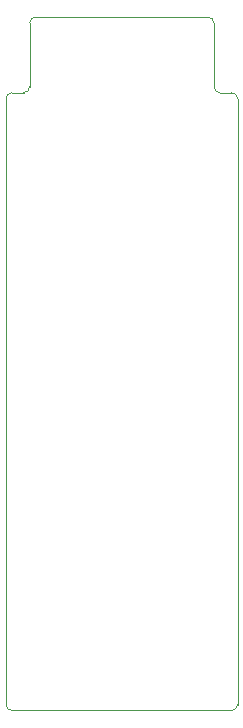
<source format=gm1>
%TF.GenerationSoftware,KiCad,Pcbnew,(6.0.2)*%
%TF.CreationDate,2022-04-04T11:22:31-04:00*%
%TF.ProjectId,xum1541-via-adapter,78756d31-3534-4312-9d76-69612d616461,1*%
%TF.SameCoordinates,Original*%
%TF.FileFunction,Profile,NP*%
%FSLAX46Y46*%
G04 Gerber Fmt 4.6, Leading zero omitted, Abs format (unit mm)*
G04 Created by KiCad (PCBNEW (6.0.2)) date 2022-04-04 11:22:31*
%MOMM*%
%LPD*%
G01*
G04 APERTURE LIST*
%TA.AperFunction,Profile*%
%ADD10C,0.038100*%
%TD*%
G04 APERTURE END LIST*
D10*
X125339600Y-78920000D02*
X125339600Y-130220000D01*
X143439600Y-78420000D02*
X144439600Y-78420000D01*
X142939600Y-72520000D02*
X142939600Y-77920000D01*
X144439600Y-130720000D02*
G75*
G03*
X144939600Y-130220000I-1J500001D01*
G01*
X127839600Y-72020000D02*
G75*
G03*
X127339600Y-72520000I1J-500001D01*
G01*
X142439600Y-72020000D02*
X127839600Y-72020000D01*
X125339600Y-130220000D02*
G75*
G03*
X125839600Y-130720000I500001J1D01*
G01*
X126839600Y-78420000D02*
G75*
G03*
X127339600Y-77920000I-1J500001D01*
G01*
X144939600Y-130220000D02*
X144939600Y-78920000D01*
X127339600Y-77920000D02*
X127339600Y-72520000D01*
X142939600Y-72520000D02*
G75*
G03*
X142439600Y-72020000I-500001J-1D01*
G01*
X125839600Y-78420000D02*
G75*
G03*
X125339600Y-78920000I1J-500001D01*
G01*
X144939600Y-78920000D02*
G75*
G03*
X144439600Y-78420000I-500001J-1D01*
G01*
X125839600Y-130720000D02*
X144439600Y-130720000D01*
X142939600Y-77920000D02*
G75*
G03*
X143439600Y-78420000I500001J1D01*
G01*
X125839600Y-78420000D02*
X126839600Y-78420000D01*
M02*

</source>
